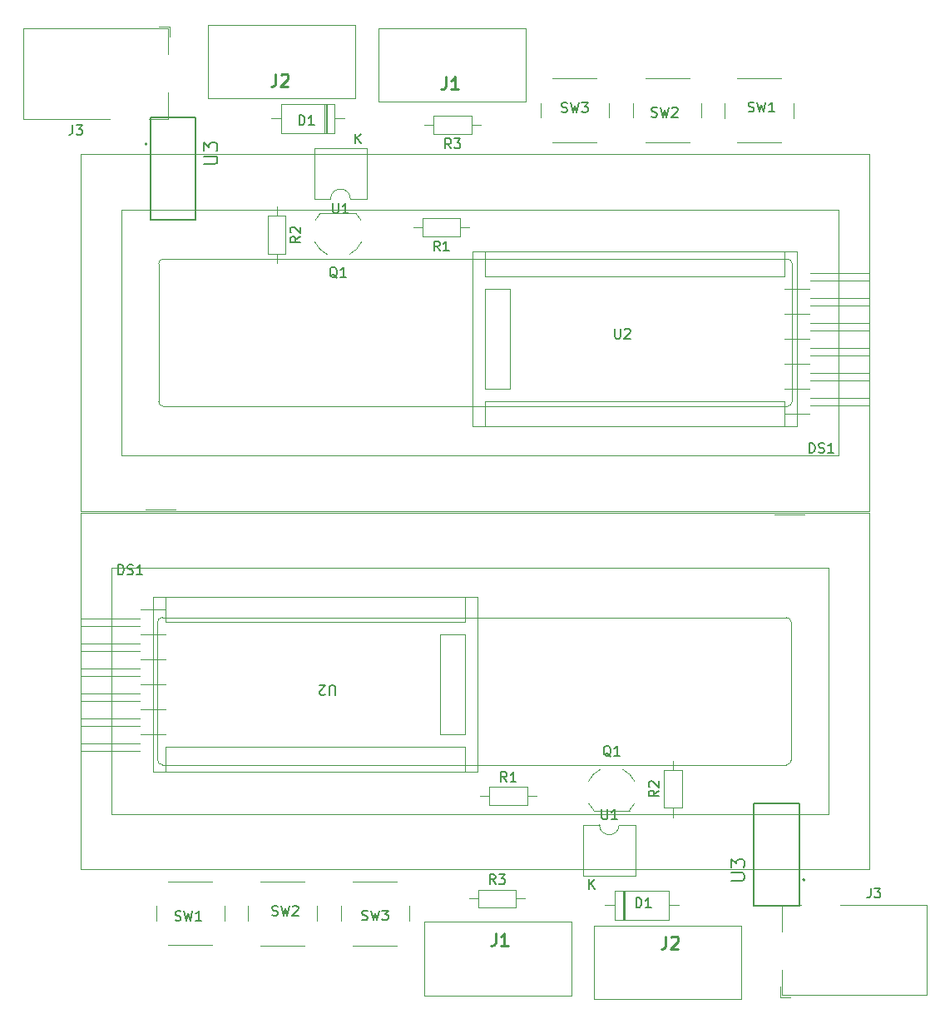
<source format=gbr>
%TF.GenerationSoftware,KiCad,Pcbnew,(6.0.0)*%
%TF.CreationDate,2022-02-01T13:42:31+07:00*%
%TF.ProjectId,egg_pro_mini,6567675f-7072-46f5-9f6d-696e692e6b69,rev?*%
%TF.SameCoordinates,Original*%
%TF.FileFunction,Legend,Top*%
%TF.FilePolarity,Positive*%
%FSLAX46Y46*%
G04 Gerber Fmt 4.6, Leading zero omitted, Abs format (unit mm)*
G04 Created by KiCad (PCBNEW (6.0.0)) date 2022-02-01 13:42:31*
%MOMM*%
%LPD*%
G01*
G04 APERTURE LIST*
%ADD10C,0.150000*%
%ADD11C,0.254000*%
%ADD12C,0.120000*%
%ADD13C,0.127000*%
%ADD14C,0.200000*%
%ADD15C,0.100000*%
G04 APERTURE END LIST*
D10*
%TO.C,R2*%
X141337380Y-52566666D02*
X140861190Y-52900000D01*
X141337380Y-53138095D02*
X140337380Y-53138095D01*
X140337380Y-52757142D01*
X140385000Y-52661904D01*
X140432619Y-52614285D01*
X140527857Y-52566666D01*
X140670714Y-52566666D01*
X140765952Y-52614285D01*
X140813571Y-52661904D01*
X140861190Y-52757142D01*
X140861190Y-53138095D01*
X140432619Y-52185714D02*
X140385000Y-52138095D01*
X140337380Y-52042857D01*
X140337380Y-51804761D01*
X140385000Y-51709523D01*
X140432619Y-51661904D01*
X140527857Y-51614285D01*
X140623095Y-51614285D01*
X140765952Y-51661904D01*
X141337380Y-52233333D01*
X141337380Y-51614285D01*
%TO.C,DS1*%
X193175714Y-74577380D02*
X193175714Y-73577380D01*
X193413809Y-73577380D01*
X193556666Y-73625000D01*
X193651904Y-73720238D01*
X193699523Y-73815476D01*
X193747142Y-74005952D01*
X193747142Y-74148809D01*
X193699523Y-74339285D01*
X193651904Y-74434523D01*
X193556666Y-74529761D01*
X193413809Y-74577380D01*
X193175714Y-74577380D01*
X194128095Y-74529761D02*
X194270952Y-74577380D01*
X194509047Y-74577380D01*
X194604285Y-74529761D01*
X194651904Y-74482142D01*
X194699523Y-74386904D01*
X194699523Y-74291666D01*
X194651904Y-74196428D01*
X194604285Y-74148809D01*
X194509047Y-74101190D01*
X194318571Y-74053571D01*
X194223333Y-74005952D01*
X194175714Y-73958333D01*
X194128095Y-73863095D01*
X194128095Y-73767857D01*
X194175714Y-73672619D01*
X194223333Y-73625000D01*
X194318571Y-73577380D01*
X194556666Y-73577380D01*
X194699523Y-73625000D01*
X195651904Y-74577380D02*
X195080476Y-74577380D01*
X195366190Y-74577380D02*
X195366190Y-73577380D01*
X195270952Y-73720238D01*
X195175714Y-73815476D01*
X195080476Y-73863095D01*
%TO.C,U3*%
X131534333Y-45211666D02*
X132667666Y-45211666D01*
X132801000Y-45145000D01*
X132867666Y-45078333D01*
X132934333Y-44945000D01*
X132934333Y-44678333D01*
X132867666Y-44545000D01*
X132801000Y-44478333D01*
X132667666Y-44411666D01*
X131534333Y-44411666D01*
X131534333Y-43878333D02*
X131534333Y-43011666D01*
X132067666Y-43478333D01*
X132067666Y-43278333D01*
X132134333Y-43145000D01*
X132201000Y-43078333D01*
X132334333Y-43011666D01*
X132667666Y-43011666D01*
X132801000Y-43078333D01*
X132867666Y-43145000D01*
X132934333Y-43278333D01*
X132934333Y-43678333D01*
X132867666Y-43811666D01*
X132801000Y-43878333D01*
%TO.C,SW3*%
X167961666Y-39904761D02*
X168104523Y-39952380D01*
X168342619Y-39952380D01*
X168437857Y-39904761D01*
X168485476Y-39857142D01*
X168533095Y-39761904D01*
X168533095Y-39666666D01*
X168485476Y-39571428D01*
X168437857Y-39523809D01*
X168342619Y-39476190D01*
X168152142Y-39428571D01*
X168056904Y-39380952D01*
X168009285Y-39333333D01*
X167961666Y-39238095D01*
X167961666Y-39142857D01*
X168009285Y-39047619D01*
X168056904Y-39000000D01*
X168152142Y-38952380D01*
X168390238Y-38952380D01*
X168533095Y-39000000D01*
X168866428Y-38952380D02*
X169104523Y-39952380D01*
X169295000Y-39238095D01*
X169485476Y-39952380D01*
X169723571Y-38952380D01*
X170009285Y-38952380D02*
X170628333Y-38952380D01*
X170295000Y-39333333D01*
X170437857Y-39333333D01*
X170533095Y-39380952D01*
X170580714Y-39428571D01*
X170628333Y-39523809D01*
X170628333Y-39761904D01*
X170580714Y-39857142D01*
X170533095Y-39904761D01*
X170437857Y-39952380D01*
X170152142Y-39952380D01*
X170056904Y-39904761D01*
X170009285Y-39857142D01*
%TO.C,SW2*%
X177111441Y-40374761D02*
X177254298Y-40422380D01*
X177492394Y-40422380D01*
X177587632Y-40374761D01*
X177635251Y-40327142D01*
X177682870Y-40231904D01*
X177682870Y-40136666D01*
X177635251Y-40041428D01*
X177587632Y-39993809D01*
X177492394Y-39946190D01*
X177301917Y-39898571D01*
X177206679Y-39850952D01*
X177159060Y-39803333D01*
X177111441Y-39708095D01*
X177111441Y-39612857D01*
X177159060Y-39517619D01*
X177206679Y-39470000D01*
X177301917Y-39422380D01*
X177540013Y-39422380D01*
X177682870Y-39470000D01*
X178016203Y-39422380D02*
X178254298Y-40422380D01*
X178444775Y-39708095D01*
X178635251Y-40422380D01*
X178873346Y-39422380D01*
X179206679Y-39517619D02*
X179254298Y-39470000D01*
X179349536Y-39422380D01*
X179587632Y-39422380D01*
X179682870Y-39470000D01*
X179730489Y-39517619D01*
X179778108Y-39612857D01*
X179778108Y-39708095D01*
X179730489Y-39850952D01*
X179159060Y-40422380D01*
X179778108Y-40422380D01*
%TO.C,SW1*%
X186971441Y-39864761D02*
X187114298Y-39912380D01*
X187352394Y-39912380D01*
X187447632Y-39864761D01*
X187495251Y-39817142D01*
X187542870Y-39721904D01*
X187542870Y-39626666D01*
X187495251Y-39531428D01*
X187447632Y-39483809D01*
X187352394Y-39436190D01*
X187161917Y-39388571D01*
X187066679Y-39340952D01*
X187019060Y-39293333D01*
X186971441Y-39198095D01*
X186971441Y-39102857D01*
X187019060Y-39007619D01*
X187066679Y-38960000D01*
X187161917Y-38912380D01*
X187400013Y-38912380D01*
X187542870Y-38960000D01*
X187876203Y-38912380D02*
X188114298Y-39912380D01*
X188304775Y-39198095D01*
X188495251Y-39912380D01*
X188733346Y-38912380D01*
X189638108Y-39912380D02*
X189066679Y-39912380D01*
X189352394Y-39912380D02*
X189352394Y-38912380D01*
X189257155Y-39055238D01*
X189161917Y-39150476D01*
X189066679Y-39198095D01*
D11*
%TO.C,J1*%
X156181666Y-36354523D02*
X156181666Y-37261666D01*
X156121190Y-37443095D01*
X156000238Y-37564047D01*
X155818809Y-37624523D01*
X155697857Y-37624523D01*
X157451666Y-37624523D02*
X156725952Y-37624523D01*
X157088809Y-37624523D02*
X157088809Y-36354523D01*
X156967857Y-36535952D01*
X156846904Y-36656904D01*
X156725952Y-36717380D01*
D10*
%TO.C,U1*%
X144693095Y-49207380D02*
X144693095Y-50016904D01*
X144740714Y-50112142D01*
X144788333Y-50159761D01*
X144883571Y-50207380D01*
X145074047Y-50207380D01*
X145169285Y-50159761D01*
X145216904Y-50112142D01*
X145264523Y-50016904D01*
X145264523Y-49207380D01*
X146264523Y-50207380D02*
X145693095Y-50207380D01*
X145978809Y-50207380D02*
X145978809Y-49207380D01*
X145883571Y-49350238D01*
X145788333Y-49445476D01*
X145693095Y-49493095D01*
%TO.C,D1*%
X141246904Y-41242380D02*
X141246904Y-40242380D01*
X141485000Y-40242380D01*
X141627857Y-40290000D01*
X141723095Y-40385238D01*
X141770714Y-40480476D01*
X141818333Y-40670952D01*
X141818333Y-40813809D01*
X141770714Y-41004285D01*
X141723095Y-41099523D01*
X141627857Y-41194761D01*
X141485000Y-41242380D01*
X141246904Y-41242380D01*
X142770714Y-41242380D02*
X142199285Y-41242380D01*
X142485000Y-41242380D02*
X142485000Y-40242380D01*
X142389761Y-40385238D01*
X142294523Y-40480476D01*
X142199285Y-40528095D01*
X146963095Y-43122380D02*
X146963095Y-42122380D01*
X147534523Y-43122380D02*
X147105952Y-42550952D01*
X147534523Y-42122380D02*
X146963095Y-42693809D01*
D11*
%TO.C,J2*%
X138861666Y-36034523D02*
X138861666Y-36941666D01*
X138801190Y-37123095D01*
X138680238Y-37244047D01*
X138498809Y-37304523D01*
X138377857Y-37304523D01*
X139405952Y-36155476D02*
X139466428Y-36095000D01*
X139587380Y-36034523D01*
X139889761Y-36034523D01*
X140010714Y-36095000D01*
X140071190Y-36155476D01*
X140131666Y-36276428D01*
X140131666Y-36397380D01*
X140071190Y-36578809D01*
X139345476Y-37304523D01*
X140131666Y-37304523D01*
D10*
%TO.C,R1*%
X155558333Y-54042380D02*
X155225000Y-53566190D01*
X154986904Y-54042380D02*
X154986904Y-53042380D01*
X155367857Y-53042380D01*
X155463095Y-53090000D01*
X155510714Y-53137619D01*
X155558333Y-53232857D01*
X155558333Y-53375714D01*
X155510714Y-53470952D01*
X155463095Y-53518571D01*
X155367857Y-53566190D01*
X154986904Y-53566190D01*
X156510714Y-54042380D02*
X155939285Y-54042380D01*
X156225000Y-54042380D02*
X156225000Y-53042380D01*
X156129761Y-53185238D01*
X156034523Y-53280476D01*
X155939285Y-53328095D01*
%TO.C,Q1*%
X145109761Y-56787619D02*
X145014523Y-56740000D01*
X144919285Y-56644761D01*
X144776428Y-56501904D01*
X144681190Y-56454285D01*
X144585952Y-56454285D01*
X144633571Y-56692380D02*
X144538333Y-56644761D01*
X144443095Y-56549523D01*
X144395476Y-56359047D01*
X144395476Y-56025714D01*
X144443095Y-55835238D01*
X144538333Y-55740000D01*
X144633571Y-55692380D01*
X144824047Y-55692380D01*
X144919285Y-55740000D01*
X145014523Y-55835238D01*
X145062142Y-56025714D01*
X145062142Y-56359047D01*
X145014523Y-56549523D01*
X144919285Y-56644761D01*
X144824047Y-56692380D01*
X144633571Y-56692380D01*
X146014523Y-56692380D02*
X145443095Y-56692380D01*
X145728809Y-56692380D02*
X145728809Y-55692380D01*
X145633571Y-55835238D01*
X145538333Y-55930476D01*
X145443095Y-55978095D01*
%TO.C,J3*%
X118181666Y-41234880D02*
X118181666Y-41949166D01*
X118134047Y-42092023D01*
X118038809Y-42187261D01*
X117895952Y-42234880D01*
X117800714Y-42234880D01*
X118562619Y-41234880D02*
X119181666Y-41234880D01*
X118848333Y-41615833D01*
X118991190Y-41615833D01*
X119086428Y-41663452D01*
X119134047Y-41711071D01*
X119181666Y-41806309D01*
X119181666Y-42044404D01*
X119134047Y-42139642D01*
X119086428Y-42187261D01*
X118991190Y-42234880D01*
X118705476Y-42234880D01*
X118610238Y-42187261D01*
X118562619Y-42139642D01*
%TO.C,U2*%
X173373095Y-61962380D02*
X173373095Y-62771904D01*
X173420714Y-62867142D01*
X173468333Y-62914761D01*
X173563571Y-62962380D01*
X173754047Y-62962380D01*
X173849285Y-62914761D01*
X173896904Y-62867142D01*
X173944523Y-62771904D01*
X173944523Y-61962380D01*
X174373095Y-62057619D02*
X174420714Y-62010000D01*
X174515952Y-61962380D01*
X174754047Y-61962380D01*
X174849285Y-62010000D01*
X174896904Y-62057619D01*
X174944523Y-62152857D01*
X174944523Y-62248095D01*
X174896904Y-62390952D01*
X174325476Y-62962380D01*
X174944523Y-62962380D01*
%TO.C,R3*%
X156708333Y-43622380D02*
X156375000Y-43146190D01*
X156136904Y-43622380D02*
X156136904Y-42622380D01*
X156517857Y-42622380D01*
X156613095Y-42670000D01*
X156660714Y-42717619D01*
X156708333Y-42812857D01*
X156708333Y-42955714D01*
X156660714Y-43050952D01*
X156613095Y-43098571D01*
X156517857Y-43146190D01*
X156136904Y-43146190D01*
X157041666Y-42622380D02*
X157660714Y-42622380D01*
X157327380Y-43003333D01*
X157470238Y-43003333D01*
X157565476Y-43050952D01*
X157613095Y-43098571D01*
X157660714Y-43193809D01*
X157660714Y-43431904D01*
X157613095Y-43527142D01*
X157565476Y-43574761D01*
X157470238Y-43622380D01*
X157184523Y-43622380D01*
X157089285Y-43574761D01*
X157041666Y-43527142D01*
%TO.C,R2*%
X177837380Y-108931666D02*
X177361190Y-109265000D01*
X177837380Y-109503095D02*
X176837380Y-109503095D01*
X176837380Y-109122142D01*
X176885000Y-109026904D01*
X176932619Y-108979285D01*
X177027857Y-108931666D01*
X177170714Y-108931666D01*
X177265952Y-108979285D01*
X177313571Y-109026904D01*
X177361190Y-109122142D01*
X177361190Y-109503095D01*
X176932619Y-108550714D02*
X176885000Y-108503095D01*
X176837380Y-108407857D01*
X176837380Y-108169761D01*
X176885000Y-108074523D01*
X176932619Y-108026904D01*
X177027857Y-107979285D01*
X177123095Y-107979285D01*
X177265952Y-108026904D01*
X177837380Y-108598333D01*
X177837380Y-107979285D01*
%TO.C,SW3*%
X147641666Y-122069761D02*
X147784523Y-122117380D01*
X148022619Y-122117380D01*
X148117857Y-122069761D01*
X148165476Y-122022142D01*
X148213095Y-121926904D01*
X148213095Y-121831666D01*
X148165476Y-121736428D01*
X148117857Y-121688809D01*
X148022619Y-121641190D01*
X147832142Y-121593571D01*
X147736904Y-121545952D01*
X147689285Y-121498333D01*
X147641666Y-121403095D01*
X147641666Y-121307857D01*
X147689285Y-121212619D01*
X147736904Y-121165000D01*
X147832142Y-121117380D01*
X148070238Y-121117380D01*
X148213095Y-121165000D01*
X148546428Y-121117380D02*
X148784523Y-122117380D01*
X148975000Y-121403095D01*
X149165476Y-122117380D01*
X149403571Y-121117380D01*
X149689285Y-121117380D02*
X150308333Y-121117380D01*
X149975000Y-121498333D01*
X150117857Y-121498333D01*
X150213095Y-121545952D01*
X150260714Y-121593571D01*
X150308333Y-121688809D01*
X150308333Y-121926904D01*
X150260714Y-122022142D01*
X150213095Y-122069761D01*
X150117857Y-122117380D01*
X149832142Y-122117380D01*
X149736904Y-122069761D01*
X149689285Y-122022142D01*
%TO.C,R3*%
X161228333Y-118447380D02*
X160895000Y-117971190D01*
X160656904Y-118447380D02*
X160656904Y-117447380D01*
X161037857Y-117447380D01*
X161133095Y-117495000D01*
X161180714Y-117542619D01*
X161228333Y-117637857D01*
X161228333Y-117780714D01*
X161180714Y-117875952D01*
X161133095Y-117923571D01*
X161037857Y-117971190D01*
X160656904Y-117971190D01*
X161561666Y-117447380D02*
X162180714Y-117447380D01*
X161847380Y-117828333D01*
X161990238Y-117828333D01*
X162085476Y-117875952D01*
X162133095Y-117923571D01*
X162180714Y-118018809D01*
X162180714Y-118256904D01*
X162133095Y-118352142D01*
X162085476Y-118399761D01*
X161990238Y-118447380D01*
X161704523Y-118447380D01*
X161609285Y-118399761D01*
X161561666Y-118352142D01*
%TO.C,U2*%
X144896904Y-99202619D02*
X144896904Y-98393095D01*
X144849285Y-98297857D01*
X144801666Y-98250238D01*
X144706428Y-98202619D01*
X144515952Y-98202619D01*
X144420714Y-98250238D01*
X144373095Y-98297857D01*
X144325476Y-98393095D01*
X144325476Y-99202619D01*
X143896904Y-99107380D02*
X143849285Y-99155000D01*
X143754047Y-99202619D01*
X143515952Y-99202619D01*
X143420714Y-99155000D01*
X143373095Y-99107380D01*
X143325476Y-99012142D01*
X143325476Y-98916904D01*
X143373095Y-98774047D01*
X143944523Y-98202619D01*
X143325476Y-98202619D01*
%TO.C,U3*%
X185202333Y-118086666D02*
X186335666Y-118086666D01*
X186469000Y-118020000D01*
X186535666Y-117953333D01*
X186602333Y-117820000D01*
X186602333Y-117553333D01*
X186535666Y-117420000D01*
X186469000Y-117353333D01*
X186335666Y-117286666D01*
X185202333Y-117286666D01*
X185202333Y-116753333D02*
X185202333Y-115886666D01*
X185735666Y-116353333D01*
X185735666Y-116153333D01*
X185802333Y-116020000D01*
X185869000Y-115953333D01*
X186002333Y-115886666D01*
X186335666Y-115886666D01*
X186469000Y-115953333D01*
X186535666Y-116020000D01*
X186602333Y-116153333D01*
X186602333Y-116553333D01*
X186535666Y-116686666D01*
X186469000Y-116753333D01*
%TO.C,DS1*%
X122825714Y-86952380D02*
X122825714Y-85952380D01*
X123063809Y-85952380D01*
X123206666Y-86000000D01*
X123301904Y-86095238D01*
X123349523Y-86190476D01*
X123397142Y-86380952D01*
X123397142Y-86523809D01*
X123349523Y-86714285D01*
X123301904Y-86809523D01*
X123206666Y-86904761D01*
X123063809Y-86952380D01*
X122825714Y-86952380D01*
X123778095Y-86904761D02*
X123920952Y-86952380D01*
X124159047Y-86952380D01*
X124254285Y-86904761D01*
X124301904Y-86857142D01*
X124349523Y-86761904D01*
X124349523Y-86666666D01*
X124301904Y-86571428D01*
X124254285Y-86523809D01*
X124159047Y-86476190D01*
X123968571Y-86428571D01*
X123873333Y-86380952D01*
X123825714Y-86333333D01*
X123778095Y-86238095D01*
X123778095Y-86142857D01*
X123825714Y-86047619D01*
X123873333Y-86000000D01*
X123968571Y-85952380D01*
X124206666Y-85952380D01*
X124349523Y-86000000D01*
X125301904Y-86952380D02*
X124730476Y-86952380D01*
X125016190Y-86952380D02*
X125016190Y-85952380D01*
X124920952Y-86095238D01*
X124825714Y-86190476D01*
X124730476Y-86238095D01*
%TO.C,J3*%
X199421666Y-118834880D02*
X199421666Y-119549166D01*
X199374047Y-119692023D01*
X199278809Y-119787261D01*
X199135952Y-119834880D01*
X199040714Y-119834880D01*
X199802619Y-118834880D02*
X200421666Y-118834880D01*
X200088333Y-119215833D01*
X200231190Y-119215833D01*
X200326428Y-119263452D01*
X200374047Y-119311071D01*
X200421666Y-119406309D01*
X200421666Y-119644404D01*
X200374047Y-119739642D01*
X200326428Y-119787261D01*
X200231190Y-119834880D01*
X199945476Y-119834880D01*
X199850238Y-119787261D01*
X199802619Y-119739642D01*
%TO.C,Q1*%
X172969761Y-105472619D02*
X172874523Y-105425000D01*
X172779285Y-105329761D01*
X172636428Y-105186904D01*
X172541190Y-105139285D01*
X172445952Y-105139285D01*
X172493571Y-105377380D02*
X172398333Y-105329761D01*
X172303095Y-105234523D01*
X172255476Y-105044047D01*
X172255476Y-104710714D01*
X172303095Y-104520238D01*
X172398333Y-104425000D01*
X172493571Y-104377380D01*
X172684047Y-104377380D01*
X172779285Y-104425000D01*
X172874523Y-104520238D01*
X172922142Y-104710714D01*
X172922142Y-105044047D01*
X172874523Y-105234523D01*
X172779285Y-105329761D01*
X172684047Y-105377380D01*
X172493571Y-105377380D01*
X173874523Y-105377380D02*
X173303095Y-105377380D01*
X173588809Y-105377380D02*
X173588809Y-104377380D01*
X173493571Y-104520238D01*
X173398333Y-104615476D01*
X173303095Y-104663095D01*
%TO.C,R1*%
X162378333Y-108027380D02*
X162045000Y-107551190D01*
X161806904Y-108027380D02*
X161806904Y-107027380D01*
X162187857Y-107027380D01*
X162283095Y-107075000D01*
X162330714Y-107122619D01*
X162378333Y-107217857D01*
X162378333Y-107360714D01*
X162330714Y-107455952D01*
X162283095Y-107503571D01*
X162187857Y-107551190D01*
X161806904Y-107551190D01*
X163330714Y-108027380D02*
X162759285Y-108027380D01*
X163045000Y-108027380D02*
X163045000Y-107027380D01*
X162949761Y-107170238D01*
X162854523Y-107265476D01*
X162759285Y-107313095D01*
D11*
%TO.C,J2*%
X178561666Y-123739523D02*
X178561666Y-124646666D01*
X178501190Y-124828095D01*
X178380238Y-124949047D01*
X178198809Y-125009523D01*
X178077857Y-125009523D01*
X179105952Y-123860476D02*
X179166428Y-123800000D01*
X179287380Y-123739523D01*
X179589761Y-123739523D01*
X179710714Y-123800000D01*
X179771190Y-123860476D01*
X179831666Y-123981428D01*
X179831666Y-124102380D01*
X179771190Y-124283809D01*
X179045476Y-125009523D01*
X179831666Y-125009523D01*
D10*
%TO.C,D1*%
X175546904Y-120827380D02*
X175546904Y-119827380D01*
X175785000Y-119827380D01*
X175927857Y-119875000D01*
X176023095Y-119970238D01*
X176070714Y-120065476D01*
X176118333Y-120255952D01*
X176118333Y-120398809D01*
X176070714Y-120589285D01*
X176023095Y-120684523D01*
X175927857Y-120779761D01*
X175785000Y-120827380D01*
X175546904Y-120827380D01*
X177070714Y-120827380D02*
X176499285Y-120827380D01*
X176785000Y-120827380D02*
X176785000Y-119827380D01*
X176689761Y-119970238D01*
X176594523Y-120065476D01*
X176499285Y-120113095D01*
X170783095Y-118947380D02*
X170783095Y-117947380D01*
X171354523Y-118947380D02*
X170925952Y-118375952D01*
X171354523Y-117947380D02*
X170783095Y-118518809D01*
%TO.C,U1*%
X172053095Y-110862380D02*
X172053095Y-111671904D01*
X172100714Y-111767142D01*
X172148333Y-111814761D01*
X172243571Y-111862380D01*
X172434047Y-111862380D01*
X172529285Y-111814761D01*
X172576904Y-111767142D01*
X172624523Y-111671904D01*
X172624523Y-110862380D01*
X173624523Y-111862380D02*
X173053095Y-111862380D01*
X173338809Y-111862380D02*
X173338809Y-110862380D01*
X173243571Y-111005238D01*
X173148333Y-111100476D01*
X173053095Y-111148095D01*
D11*
%TO.C,J1*%
X161241666Y-123419523D02*
X161241666Y-124326666D01*
X161181190Y-124508095D01*
X161060238Y-124629047D01*
X160878809Y-124689523D01*
X160757857Y-124689523D01*
X162511666Y-124689523D02*
X161785952Y-124689523D01*
X162148809Y-124689523D02*
X162148809Y-123419523D01*
X162027857Y-123600952D01*
X161906904Y-123721904D01*
X161785952Y-123782380D01*
D10*
%TO.C,SW1*%
X128631891Y-122109761D02*
X128774748Y-122157380D01*
X129012844Y-122157380D01*
X129108082Y-122109761D01*
X129155701Y-122062142D01*
X129203320Y-121966904D01*
X129203320Y-121871666D01*
X129155701Y-121776428D01*
X129108082Y-121728809D01*
X129012844Y-121681190D01*
X128822367Y-121633571D01*
X128727129Y-121585952D01*
X128679510Y-121538333D01*
X128631891Y-121443095D01*
X128631891Y-121347857D01*
X128679510Y-121252619D01*
X128727129Y-121205000D01*
X128822367Y-121157380D01*
X129060463Y-121157380D01*
X129203320Y-121205000D01*
X129536653Y-121157380D02*
X129774748Y-122157380D01*
X129965225Y-121443095D01*
X130155701Y-122157380D01*
X130393796Y-121157380D01*
X131298558Y-122157380D02*
X130727129Y-122157380D01*
X131012844Y-122157380D02*
X131012844Y-121157380D01*
X130917605Y-121300238D01*
X130822367Y-121395476D01*
X130727129Y-121443095D01*
%TO.C,SW2*%
X138491891Y-121599761D02*
X138634748Y-121647380D01*
X138872844Y-121647380D01*
X138968082Y-121599761D01*
X139015701Y-121552142D01*
X139063320Y-121456904D01*
X139063320Y-121361666D01*
X139015701Y-121266428D01*
X138968082Y-121218809D01*
X138872844Y-121171190D01*
X138682367Y-121123571D01*
X138587129Y-121075952D01*
X138539510Y-121028333D01*
X138491891Y-120933095D01*
X138491891Y-120837857D01*
X138539510Y-120742619D01*
X138587129Y-120695000D01*
X138682367Y-120647380D01*
X138920463Y-120647380D01*
X139063320Y-120695000D01*
X139396653Y-120647380D02*
X139634748Y-121647380D01*
X139825225Y-120933095D01*
X140015701Y-121647380D01*
X140253796Y-120647380D01*
X140587129Y-120742619D02*
X140634748Y-120695000D01*
X140729986Y-120647380D01*
X140968082Y-120647380D01*
X141063320Y-120695000D01*
X141110939Y-120742619D01*
X141158558Y-120837857D01*
X141158558Y-120933095D01*
X141110939Y-121075952D01*
X140539510Y-121647380D01*
X141158558Y-121647380D01*
D12*
%TO.C,R2*%
X138965000Y-49530000D02*
X138965000Y-50480000D01*
X138045000Y-54320000D02*
X139885000Y-54320000D01*
X139885000Y-54320000D02*
X139885000Y-50480000D01*
X138965000Y-55270000D02*
X138965000Y-54320000D01*
X139885000Y-50480000D02*
X138045000Y-50480000D01*
X138045000Y-50480000D02*
X138045000Y-54320000D01*
%TO.C,DS1*%
X190934775Y-69855000D02*
X127434775Y-69855000D01*
X192634775Y-80855000D02*
X189634775Y-80855000D01*
X196134775Y-49855000D02*
X196134775Y-74855000D01*
X118994775Y-44215000D02*
X118994775Y-80495000D01*
X199274775Y-44215000D02*
X118994775Y-44215000D01*
X199274775Y-80495000D02*
X199274775Y-44215000D01*
X118994775Y-80495000D02*
X198474775Y-80495000D01*
X126934775Y-69355000D02*
X126934775Y-55355000D01*
X123134775Y-49855000D02*
X196134775Y-49855000D01*
X196134775Y-74855000D02*
X123134775Y-74855000D01*
X199264775Y-80495000D02*
X198474775Y-80495000D01*
X127434115Y-54855000D02*
X190934775Y-54855000D01*
X191434495Y-55355680D02*
X191434495Y-69355000D01*
X123134775Y-74855000D02*
X123134775Y-49855000D01*
X191434495Y-55355680D02*
G75*
G03*
X190934115Y-54855300I-500380J0D01*
G01*
X127434115Y-54855300D02*
G75*
G03*
X126933735Y-55355680I0J-500380D01*
G01*
X126934775Y-69355000D02*
G75*
G03*
X127434775Y-69855000I500001J1D01*
G01*
X190934115Y-69856540D02*
G75*
G03*
X191434495Y-69356160I0J500380D01*
G01*
D13*
%TO.C,U3*%
X130717000Y-50900000D02*
X126117000Y-50900000D01*
X126117000Y-50900000D02*
X126117000Y-40500000D01*
X130717000Y-40500000D02*
X130717000Y-50900000D01*
X126117000Y-40500000D02*
X130717000Y-40500000D01*
D14*
X125762000Y-43150000D02*
G75*
G03*
X125762000Y-43150000I-100000J0D01*
G01*
D12*
%TO.C,SW3*%
X172795000Y-40490000D02*
X172795000Y-38990000D01*
X167045000Y-42990000D02*
X171545000Y-42990000D01*
X171545000Y-36490000D02*
X167045000Y-36490000D01*
X165795000Y-38990000D02*
X165795000Y-40490000D01*
%TO.C,SW2*%
X175215000Y-39000000D02*
X175215000Y-40500000D01*
X180965000Y-36500000D02*
X176465000Y-36500000D01*
X182215000Y-40500000D02*
X182215000Y-39000000D01*
X176465000Y-43000000D02*
X180965000Y-43000000D01*
%TO.C,SW1*%
X184585000Y-39010000D02*
X184585000Y-40510000D01*
X191585000Y-40510000D02*
X191585000Y-39010000D01*
X190335000Y-36510000D02*
X185835000Y-36510000D01*
X185835000Y-43010000D02*
X190335000Y-43010000D01*
D15*
%TO.C,J1*%
X164305000Y-38880000D02*
X149305000Y-38880000D01*
X164305000Y-31380000D02*
X164305000Y-38880000D01*
X149305000Y-38880000D02*
X149305000Y-31380000D01*
X149305000Y-31380000D02*
X164305000Y-31380000D01*
D12*
%TO.C,U1*%
X148105000Y-48755000D02*
X148105000Y-43555000D01*
X148105000Y-43555000D02*
X142805000Y-43555000D01*
X142805000Y-48755000D02*
X144455000Y-48755000D01*
X142805000Y-43555000D02*
X142805000Y-48755000D01*
X146455000Y-48755000D02*
X148105000Y-48755000D01*
X146455000Y-48755000D02*
G75*
G03*
X144455000Y-48755000I-1000000J0D01*
G01*
%TO.C,D1*%
X144085000Y-42040000D02*
X144085000Y-39100000D01*
X143965000Y-42040000D02*
X143965000Y-39100000D01*
X143845000Y-42040000D02*
X143845000Y-39100000D01*
X144865000Y-42040000D02*
X144865000Y-39100000D01*
X139425000Y-42040000D02*
X144865000Y-42040000D01*
X139425000Y-39100000D02*
X139425000Y-42040000D01*
X144865000Y-39100000D02*
X139425000Y-39100000D01*
X145885000Y-40570000D02*
X144865000Y-40570000D01*
X138405000Y-40570000D02*
X139425000Y-40570000D01*
D15*
%TO.C,J2*%
X131995000Y-38530000D02*
X131995000Y-31030000D01*
X131995000Y-31030000D02*
X146995000Y-31030000D01*
X146995000Y-38530000D02*
X131995000Y-38530000D01*
X146995000Y-31030000D02*
X146995000Y-38530000D01*
D12*
%TO.C,R1*%
X158595000Y-51670000D02*
X157645000Y-51670000D01*
X157645000Y-50750000D02*
X153805000Y-50750000D01*
X153805000Y-50750000D02*
X153805000Y-52590000D01*
X157645000Y-52590000D02*
X157645000Y-50750000D01*
X152855000Y-51670000D02*
X153805000Y-51670000D01*
X153805000Y-52590000D02*
X157645000Y-52590000D01*
%TO.C,Q1*%
X147015000Y-50200000D02*
X143415000Y-50200000D01*
X146355000Y-54399999D02*
G75*
G03*
X147582199Y-53153842I-1139999J2349998D01*
G01*
X143415000Y-50200000D02*
G75*
G03*
X142890816Y-50927205I1799991J-1849994D01*
G01*
X142859542Y-53148371D02*
G75*
G03*
X144105000Y-54400000I2355460J1098374D01*
G01*
X147539184Y-50927205D02*
G75*
G03*
X147015000Y-50200000I-2324175J-1122789D01*
G01*
%TO.C,J3*%
X127015000Y-31232500D02*
X128065000Y-31232500D01*
X128065000Y-32282500D02*
X128065000Y-31232500D01*
X127865000Y-37932500D02*
X127865000Y-40632500D01*
X121965000Y-40632500D02*
X113165000Y-40632500D01*
X113165000Y-31432500D02*
X127865000Y-31432500D01*
X127865000Y-31432500D02*
X127865000Y-34032500D01*
X113165000Y-40632500D02*
X113165000Y-31432500D01*
X127865000Y-40632500D02*
X125965000Y-40632500D01*
%TO.C,U2*%
X193245000Y-63900000D02*
X199245000Y-63900000D01*
X199245000Y-64660000D02*
X193245000Y-64660000D01*
X193245000Y-56280000D02*
X199245000Y-56280000D01*
X190645000Y-57930000D02*
X193185000Y-57930000D01*
X199245000Y-56280000D02*
X199245000Y-57040000D01*
X190645000Y-54120000D02*
X160165000Y-54120000D01*
X160165000Y-71900000D02*
X160165000Y-69360000D01*
X191915000Y-54120000D02*
X191915000Y-71900000D01*
X190645000Y-60470000D02*
X193185000Y-60470000D01*
X162705000Y-57930000D02*
X162705000Y-68090000D01*
X199245000Y-63900000D02*
X199245000Y-64660000D01*
X190645000Y-65550000D02*
X193185000Y-65550000D01*
X199245000Y-57040000D02*
X193245000Y-57040000D01*
X190645000Y-63010000D02*
X193185000Y-63010000D01*
X199245000Y-59580000D02*
X193245000Y-59580000D01*
X160165000Y-69360000D02*
X190645000Y-69360000D01*
X199245000Y-68980000D02*
X199245000Y-69740000D01*
X199245000Y-62120000D02*
X193245000Y-62120000D01*
X160165000Y-57930000D02*
X162705000Y-57930000D01*
X199245000Y-69740000D02*
X193245000Y-69740000D01*
X193245000Y-58820000D02*
X199245000Y-58820000D01*
X158895000Y-71900000D02*
X158895000Y-54120000D01*
X199245000Y-67200000D02*
X193245000Y-67200000D01*
X190645000Y-71900000D02*
X160165000Y-71900000D01*
X193245000Y-61360000D02*
X199245000Y-61360000D01*
X190645000Y-56660000D02*
X190645000Y-54120000D01*
X199245000Y-66440000D02*
X199245000Y-67200000D01*
X190645000Y-70630000D02*
X193185000Y-70630000D01*
X199245000Y-58820000D02*
X199245000Y-59580000D01*
X162705000Y-68090000D02*
X160165000Y-68090000D01*
X193245000Y-68980000D02*
X199245000Y-68980000D01*
X193245000Y-66440000D02*
X199245000Y-66440000D01*
X160165000Y-54120000D02*
X160165000Y-56660000D01*
X190645000Y-69360000D02*
X190645000Y-71900000D01*
X199245000Y-61360000D02*
X199245000Y-62120000D01*
X160165000Y-68090000D02*
X160165000Y-57930000D01*
X160165000Y-56660000D02*
X190645000Y-56660000D01*
X190645000Y-68090000D02*
X193185000Y-68090000D01*
X158895000Y-54120000D02*
X191915000Y-54120000D01*
X191915000Y-71900000D02*
X158895000Y-71900000D01*
%TO.C,R3*%
X154955000Y-40330000D02*
X154955000Y-42170000D01*
X158795000Y-42170000D02*
X158795000Y-40330000D01*
X154955000Y-42170000D02*
X158795000Y-42170000D01*
X154005000Y-41250000D02*
X154955000Y-41250000D01*
X159745000Y-41250000D02*
X158795000Y-41250000D01*
X158795000Y-40330000D02*
X154955000Y-40330000D01*
%TO.C,R2*%
X179305000Y-111635000D02*
X179305000Y-110685000D01*
X180225000Y-106845000D02*
X178385000Y-106845000D01*
X178385000Y-106845000D02*
X178385000Y-110685000D01*
X179305000Y-105895000D02*
X179305000Y-106845000D01*
X178385000Y-110685000D02*
X180225000Y-110685000D01*
X180225000Y-110685000D02*
X180225000Y-106845000D01*
%TO.C,SW3*%
X145475000Y-120675000D02*
X145475000Y-122175000D01*
X151225000Y-118175000D02*
X146725000Y-118175000D01*
X146725000Y-124675000D02*
X151225000Y-124675000D01*
X152475000Y-122175000D02*
X152475000Y-120675000D01*
%TO.C,R3*%
X163315000Y-120835000D02*
X163315000Y-118995000D01*
X159475000Y-118995000D02*
X159475000Y-120835000D01*
X163315000Y-118995000D02*
X159475000Y-118995000D01*
X164265000Y-119915000D02*
X163315000Y-119915000D01*
X158525000Y-119915000D02*
X159475000Y-119915000D01*
X159475000Y-120835000D02*
X163315000Y-120835000D01*
%TO.C,U2*%
X125025000Y-97265000D02*
X119025000Y-97265000D01*
X119025000Y-96505000D02*
X125025000Y-96505000D01*
X125025000Y-104885000D02*
X119025000Y-104885000D01*
X127625000Y-103235000D02*
X125085000Y-103235000D01*
X119025000Y-104885000D02*
X119025000Y-104125000D01*
X127625000Y-107045000D02*
X158105000Y-107045000D01*
X158105000Y-89265000D02*
X158105000Y-91805000D01*
X126355000Y-107045000D02*
X126355000Y-89265000D01*
X127625000Y-100695000D02*
X125085000Y-100695000D01*
X155565000Y-103235000D02*
X155565000Y-93075000D01*
X119025000Y-97265000D02*
X119025000Y-96505000D01*
X127625000Y-95615000D02*
X125085000Y-95615000D01*
X119025000Y-104125000D02*
X125025000Y-104125000D01*
X127625000Y-98155000D02*
X125085000Y-98155000D01*
X119025000Y-101585000D02*
X125025000Y-101585000D01*
X158105000Y-91805000D02*
X127625000Y-91805000D01*
X119025000Y-92185000D02*
X119025000Y-91425000D01*
X119025000Y-99045000D02*
X125025000Y-99045000D01*
X158105000Y-103235000D02*
X155565000Y-103235000D01*
X119025000Y-91425000D02*
X125025000Y-91425000D01*
X125025000Y-102345000D02*
X119025000Y-102345000D01*
X159375000Y-89265000D02*
X159375000Y-107045000D01*
X119025000Y-93965000D02*
X125025000Y-93965000D01*
X127625000Y-89265000D02*
X158105000Y-89265000D01*
X125025000Y-99805000D02*
X119025000Y-99805000D01*
X127625000Y-104505000D02*
X127625000Y-107045000D01*
X119025000Y-94725000D02*
X119025000Y-93965000D01*
X127625000Y-90535000D02*
X125085000Y-90535000D01*
X119025000Y-102345000D02*
X119025000Y-101585000D01*
X155565000Y-93075000D02*
X158105000Y-93075000D01*
X125025000Y-92185000D02*
X119025000Y-92185000D01*
X125025000Y-94725000D02*
X119025000Y-94725000D01*
X158105000Y-107045000D02*
X158105000Y-104505000D01*
X127625000Y-91805000D02*
X127625000Y-89265000D01*
X119025000Y-99805000D02*
X119025000Y-99045000D01*
X158105000Y-93075000D02*
X158105000Y-103235000D01*
X158105000Y-104505000D02*
X127625000Y-104505000D01*
X127625000Y-93075000D02*
X125085000Y-93075000D01*
X159375000Y-107045000D02*
X126355000Y-107045000D01*
X126355000Y-89265000D02*
X159375000Y-89265000D01*
D13*
%TO.C,U3*%
X187553000Y-110265000D02*
X192153000Y-110265000D01*
X192153000Y-110265000D02*
X192153000Y-120665000D01*
X187553000Y-120665000D02*
X187553000Y-110265000D01*
X192153000Y-120665000D02*
X187553000Y-120665000D01*
D14*
X192708000Y-118015000D02*
G75*
G03*
X192708000Y-118015000I-100000J0D01*
G01*
D12*
%TO.C,DS1*%
X127335225Y-91310000D02*
X190835225Y-91310000D01*
X125635225Y-80310000D02*
X128635225Y-80310000D01*
X122135225Y-111310000D02*
X122135225Y-86310000D01*
X199275225Y-116950000D02*
X199275225Y-80670000D01*
X118995225Y-116950000D02*
X199275225Y-116950000D01*
X118995225Y-80670000D02*
X118995225Y-116950000D01*
X199275225Y-80670000D02*
X119795225Y-80670000D01*
X191335225Y-91810000D02*
X191335225Y-105810000D01*
X195135225Y-111310000D02*
X122135225Y-111310000D01*
X122135225Y-86310000D02*
X195135225Y-86310000D01*
X119005225Y-80670000D02*
X119795225Y-80670000D01*
X190835885Y-106310000D02*
X127335225Y-106310000D01*
X126835505Y-105809320D02*
X126835505Y-91810000D01*
X195135225Y-86310000D02*
X195135225Y-111310000D01*
X126835505Y-105809320D02*
G75*
G03*
X127335885Y-106309700I500380J0D01*
G01*
X190835885Y-106309700D02*
G75*
G03*
X191336265Y-105809320I0J500380D01*
G01*
X191335225Y-91810000D02*
G75*
G03*
X190835225Y-91310000I-500001J-1D01*
G01*
X127335885Y-91308460D02*
G75*
G03*
X126835505Y-91808840I0J-500380D01*
G01*
%TO.C,J3*%
X191255000Y-129932500D02*
X190205000Y-129932500D01*
X190205000Y-128882500D02*
X190205000Y-129932500D01*
X190405000Y-123232500D02*
X190405000Y-120532500D01*
X196305000Y-120532500D02*
X205105000Y-120532500D01*
X205105000Y-129732500D02*
X190405000Y-129732500D01*
X190405000Y-129732500D02*
X190405000Y-127132500D01*
X205105000Y-120532500D02*
X205105000Y-129732500D01*
X190405000Y-120532500D02*
X192305000Y-120532500D01*
%TO.C,Q1*%
X171255000Y-110965000D02*
X174855000Y-110965000D01*
X171915000Y-106765001D02*
G75*
G03*
X170687801Y-108011158I1139999J-2349998D01*
G01*
X174855000Y-110965000D02*
G75*
G03*
X175379184Y-110237795I-1799991J1849994D01*
G01*
X175410458Y-108016629D02*
G75*
G03*
X174165000Y-106765000I-2355460J-1098374D01*
G01*
X170730816Y-110237795D02*
G75*
G03*
X171255000Y-110965000I2324175J1122789D01*
G01*
%TO.C,R1*%
X159675000Y-109495000D02*
X160625000Y-109495000D01*
X160625000Y-110415000D02*
X164465000Y-110415000D01*
X164465000Y-110415000D02*
X164465000Y-108575000D01*
X160625000Y-108575000D02*
X160625000Y-110415000D01*
X165415000Y-109495000D02*
X164465000Y-109495000D01*
X164465000Y-108575000D02*
X160625000Y-108575000D01*
D15*
%TO.C,J2*%
X186275000Y-122635000D02*
X186275000Y-130135000D01*
X186275000Y-130135000D02*
X171275000Y-130135000D01*
X171275000Y-122635000D02*
X186275000Y-122635000D01*
X171275000Y-130135000D02*
X171275000Y-122635000D01*
D12*
%TO.C,D1*%
X174185000Y-119125000D02*
X174185000Y-122065000D01*
X174305000Y-119125000D02*
X174305000Y-122065000D01*
X174425000Y-119125000D02*
X174425000Y-122065000D01*
X173405000Y-119125000D02*
X173405000Y-122065000D01*
X178845000Y-119125000D02*
X173405000Y-119125000D01*
X178845000Y-122065000D02*
X178845000Y-119125000D01*
X173405000Y-122065000D02*
X178845000Y-122065000D01*
X172385000Y-120595000D02*
X173405000Y-120595000D01*
X179865000Y-120595000D02*
X178845000Y-120595000D01*
%TO.C,U1*%
X170165000Y-112410000D02*
X170165000Y-117610000D01*
X170165000Y-117610000D02*
X175465000Y-117610000D01*
X175465000Y-112410000D02*
X173815000Y-112410000D01*
X175465000Y-117610000D02*
X175465000Y-112410000D01*
X171815000Y-112410000D02*
X170165000Y-112410000D01*
X171815000Y-112410000D02*
G75*
G03*
X173815000Y-112410000I1000000J0D01*
G01*
D15*
%TO.C,J1*%
X153965000Y-122285000D02*
X168965000Y-122285000D01*
X153965000Y-129785000D02*
X153965000Y-122285000D01*
X168965000Y-122285000D02*
X168965000Y-129785000D01*
X168965000Y-129785000D02*
X153965000Y-129785000D01*
D12*
%TO.C,SW1*%
X133685000Y-122155000D02*
X133685000Y-120655000D01*
X126685000Y-120655000D02*
X126685000Y-122155000D01*
X127935000Y-124655000D02*
X132435000Y-124655000D01*
X132435000Y-118155000D02*
X127935000Y-118155000D01*
%TO.C,SW2*%
X143055000Y-122165000D02*
X143055000Y-120665000D01*
X137305000Y-124665000D02*
X141805000Y-124665000D01*
X136055000Y-120665000D02*
X136055000Y-122165000D01*
X141805000Y-118165000D02*
X137305000Y-118165000D01*
%TD*%
M02*

</source>
